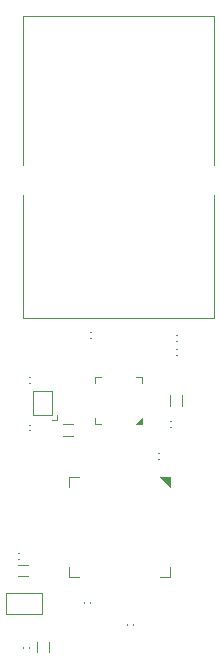
<source format=gbr>
%FSTAX23Y23*%
%MOIN*%
%SFA1B1*%

%IPPOS*%
%ADD35C,0.003937*%
%LNwol_pcb_legend_top-1*%
%LPD*%
G36*
X00564Y00769D02*
Y00736D01*
X00531Y00769*
X00564*
G37*
G36*
X00472Y00964D02*
Y00944D01*
X00452*
X00472Y00964*
G37*
G54D35*
X00096Y00923D02*
X001D01*
X00096Y00942D02*
X001D01*
X00207Y00905D02*
X00241D01*
X00207Y00944D02*
X00241D01*
X00606Y01006D02*
Y0104D01*
X00566Y01006D02*
Y0104D01*
X0023Y00736D02*
Y00769D01*
X00263*
X0023Y00435D02*
X00263D01*
X0023D02*
Y00468D01*
X00564Y00435D02*
Y00468D01*
X00531Y00435D02*
X00564D01*
X00531Y00769D02*
X00564D01*
Y00736D02*
Y00769D01*
X00057Y00476D02*
X00092D01*
X00057Y00437D02*
X00092D01*
X00122Y00183D02*
Y00218D01*
X00161Y00183D02*
Y00218D01*
X00472Y00944D02*
Y00964D01*
X00452Y00944D02*
X00472D01*
X00452Y01102D02*
X00472D01*
X00314Y01082D02*
Y01102D01*
Y00944D02*
X00334D01*
X00314D02*
Y00964D01*
X00472Y01082D02*
Y01102D01*
X00314D02*
X00334D01*
X0011Y00974D02*
Y01053D01*
X00173*
Y00974D02*
Y01053D01*
X0011Y00974D02*
X00173D01*
Y00958D02*
X00188D01*
Y00974*
X00586Y01242D02*
X0059D01*
X00586Y01222D02*
X0059D01*
X00297Y0123D02*
X00301D01*
X00297Y0125D02*
X00301D01*
X00442Y00273D02*
Y00277D01*
X00423Y00273D02*
Y00277D01*
X00138Y00312D02*
Y0038D01*
X00018Y00312D02*
X00138D01*
X00018D02*
Y0038D01*
X00138*
X00712Y01807D02*
Y02303D01*
X00074Y01807D02*
Y02303D01*
X00712*
Y01299D02*
Y01708D01*
X00074Y01299D02*
Y01708D01*
Y01299D02*
X00712D01*
X00586Y01175D02*
X0059D01*
X00586Y01194D02*
X0059D01*
X00564Y00935D02*
X00568D01*
X00564Y00954D02*
X00568D01*
X00096Y011D02*
X001D01*
X00096Y0108D02*
X001D01*
X00525Y00828D02*
X00529D01*
X00525Y00848D02*
X00529D01*
X00277Y00348D02*
Y00352D01*
X00297Y00348D02*
Y00352D01*
X00059Y00494D02*
X00062D01*
X00059Y00513D02*
X00062D01*
X00094Y00198D02*
Y00202D01*
X00074Y00198D02*
Y00202D01*
M02*
</source>
